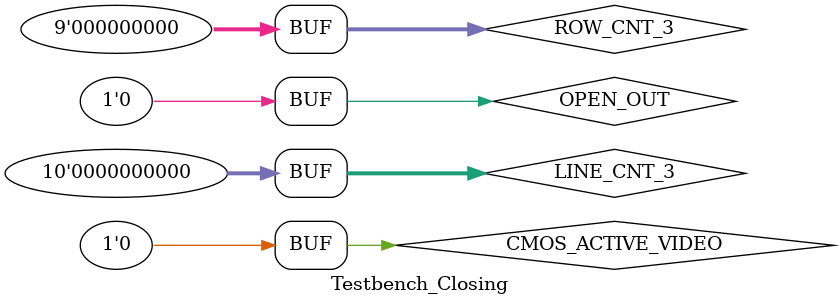
<source format=v>
module Testbench_Closing();
    reg         CMOS_ACTIVE_VIDEO;
    reg [9:0]   LINE_CNT_3;
    reg [8:0]   ROW_CNT_3;
    reg         OPEN_OUT;
    
    wire        CLOSE_OUT;


    Closing Closing(
        .CLK(CMOS_ACTIVE_VIDEO),
        .line_counter(LINE_CNT_3),
        .row_counter(ROW_CNT_3),
        .opened(OPEN_OUT),
        .out(CLOSE_OUT)
    );
    
    initial
    begin
        CMOS_ACTIVE_VIDEO = 0;
        LINE_CNT_3 = 0;
        ROW_CNT_3 = 0;
        OPEN_OUT = 0;

    end
    


endmodule

</source>
